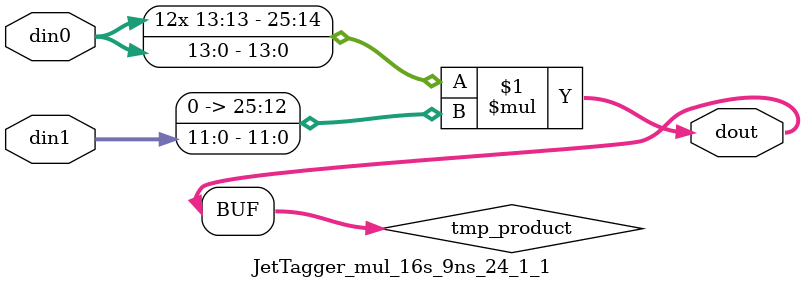
<source format=v>

`timescale 1 ns / 1 ps

  module JetTagger_mul_16s_9ns_24_1_1(din0, din1, dout);
parameter ID = 1;
parameter NUM_STAGE = 0;
parameter din0_WIDTH = 14;
parameter din1_WIDTH = 12;
parameter dout_WIDTH = 26;

input [din0_WIDTH - 1 : 0] din0; 
input [din1_WIDTH - 1 : 0] din1; 
output [dout_WIDTH - 1 : 0] dout;

wire signed [dout_WIDTH - 1 : 0] tmp_product;












assign tmp_product = $signed(din0) * $signed({1'b0, din1});









assign dout = tmp_product;







endmodule

</source>
